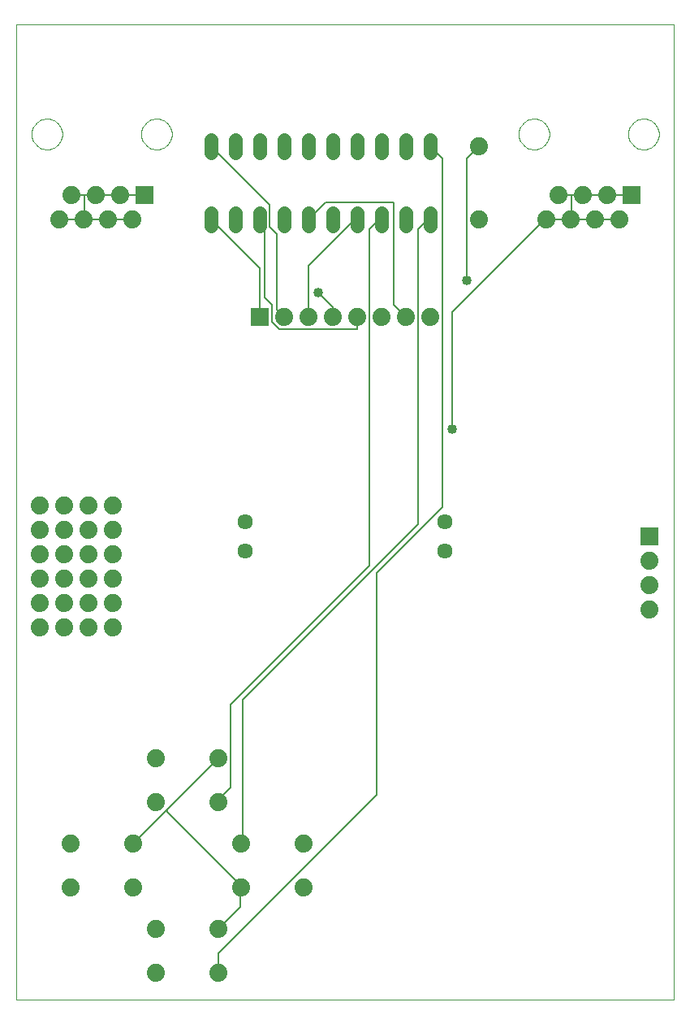
<source format=gtl>
G75*
G70*
%OFA0B0*%
%FSLAX24Y24*%
%IPPOS*%
%LPD*%
%AMOC8*
5,1,8,0,0,1.08239X$1,22.5*
%
%ADD10C,0.0000*%
%ADD11C,0.0634*%
%ADD12C,0.0560*%
%ADD13R,0.0740X0.0740*%
%ADD14C,0.0740*%
%ADD15C,0.0080*%
%ADD16C,0.0400*%
D10*
X000537Y000267D02*
X000537Y040267D01*
X027537Y040267D01*
X027537Y000267D01*
X000537Y000267D01*
X001157Y035767D02*
X001159Y035817D01*
X001165Y035867D01*
X001175Y035916D01*
X001189Y035964D01*
X001206Y036011D01*
X001227Y036056D01*
X001252Y036100D01*
X001280Y036141D01*
X001312Y036180D01*
X001346Y036217D01*
X001383Y036251D01*
X001423Y036281D01*
X001465Y036308D01*
X001509Y036332D01*
X001555Y036353D01*
X001602Y036369D01*
X001650Y036382D01*
X001700Y036391D01*
X001749Y036396D01*
X001800Y036397D01*
X001850Y036394D01*
X001899Y036387D01*
X001948Y036376D01*
X001996Y036361D01*
X002042Y036343D01*
X002087Y036321D01*
X002130Y036295D01*
X002171Y036266D01*
X002210Y036234D01*
X002246Y036199D01*
X002278Y036161D01*
X002308Y036121D01*
X002335Y036078D01*
X002358Y036034D01*
X002377Y035988D01*
X002393Y035940D01*
X002405Y035891D01*
X002413Y035842D01*
X002417Y035792D01*
X002417Y035742D01*
X002413Y035692D01*
X002405Y035643D01*
X002393Y035594D01*
X002377Y035546D01*
X002358Y035500D01*
X002335Y035456D01*
X002308Y035413D01*
X002278Y035373D01*
X002246Y035335D01*
X002210Y035300D01*
X002171Y035268D01*
X002130Y035239D01*
X002087Y035213D01*
X002042Y035191D01*
X001996Y035173D01*
X001948Y035158D01*
X001899Y035147D01*
X001850Y035140D01*
X001800Y035137D01*
X001749Y035138D01*
X001700Y035143D01*
X001650Y035152D01*
X001602Y035165D01*
X001555Y035181D01*
X001509Y035202D01*
X001465Y035226D01*
X001423Y035253D01*
X001383Y035283D01*
X001346Y035317D01*
X001312Y035354D01*
X001280Y035393D01*
X001252Y035434D01*
X001227Y035478D01*
X001206Y035523D01*
X001189Y035570D01*
X001175Y035618D01*
X001165Y035667D01*
X001159Y035717D01*
X001157Y035767D01*
X005657Y035767D02*
X005659Y035817D01*
X005665Y035867D01*
X005675Y035916D01*
X005689Y035964D01*
X005706Y036011D01*
X005727Y036056D01*
X005752Y036100D01*
X005780Y036141D01*
X005812Y036180D01*
X005846Y036217D01*
X005883Y036251D01*
X005923Y036281D01*
X005965Y036308D01*
X006009Y036332D01*
X006055Y036353D01*
X006102Y036369D01*
X006150Y036382D01*
X006200Y036391D01*
X006249Y036396D01*
X006300Y036397D01*
X006350Y036394D01*
X006399Y036387D01*
X006448Y036376D01*
X006496Y036361D01*
X006542Y036343D01*
X006587Y036321D01*
X006630Y036295D01*
X006671Y036266D01*
X006710Y036234D01*
X006746Y036199D01*
X006778Y036161D01*
X006808Y036121D01*
X006835Y036078D01*
X006858Y036034D01*
X006877Y035988D01*
X006893Y035940D01*
X006905Y035891D01*
X006913Y035842D01*
X006917Y035792D01*
X006917Y035742D01*
X006913Y035692D01*
X006905Y035643D01*
X006893Y035594D01*
X006877Y035546D01*
X006858Y035500D01*
X006835Y035456D01*
X006808Y035413D01*
X006778Y035373D01*
X006746Y035335D01*
X006710Y035300D01*
X006671Y035268D01*
X006630Y035239D01*
X006587Y035213D01*
X006542Y035191D01*
X006496Y035173D01*
X006448Y035158D01*
X006399Y035147D01*
X006350Y035140D01*
X006300Y035137D01*
X006249Y035138D01*
X006200Y035143D01*
X006150Y035152D01*
X006102Y035165D01*
X006055Y035181D01*
X006009Y035202D01*
X005965Y035226D01*
X005923Y035253D01*
X005883Y035283D01*
X005846Y035317D01*
X005812Y035354D01*
X005780Y035393D01*
X005752Y035434D01*
X005727Y035478D01*
X005706Y035523D01*
X005689Y035570D01*
X005675Y035618D01*
X005665Y035667D01*
X005659Y035717D01*
X005657Y035767D01*
X021157Y035767D02*
X021159Y035817D01*
X021165Y035867D01*
X021175Y035916D01*
X021189Y035964D01*
X021206Y036011D01*
X021227Y036056D01*
X021252Y036100D01*
X021280Y036141D01*
X021312Y036180D01*
X021346Y036217D01*
X021383Y036251D01*
X021423Y036281D01*
X021465Y036308D01*
X021509Y036332D01*
X021555Y036353D01*
X021602Y036369D01*
X021650Y036382D01*
X021700Y036391D01*
X021749Y036396D01*
X021800Y036397D01*
X021850Y036394D01*
X021899Y036387D01*
X021948Y036376D01*
X021996Y036361D01*
X022042Y036343D01*
X022087Y036321D01*
X022130Y036295D01*
X022171Y036266D01*
X022210Y036234D01*
X022246Y036199D01*
X022278Y036161D01*
X022308Y036121D01*
X022335Y036078D01*
X022358Y036034D01*
X022377Y035988D01*
X022393Y035940D01*
X022405Y035891D01*
X022413Y035842D01*
X022417Y035792D01*
X022417Y035742D01*
X022413Y035692D01*
X022405Y035643D01*
X022393Y035594D01*
X022377Y035546D01*
X022358Y035500D01*
X022335Y035456D01*
X022308Y035413D01*
X022278Y035373D01*
X022246Y035335D01*
X022210Y035300D01*
X022171Y035268D01*
X022130Y035239D01*
X022087Y035213D01*
X022042Y035191D01*
X021996Y035173D01*
X021948Y035158D01*
X021899Y035147D01*
X021850Y035140D01*
X021800Y035137D01*
X021749Y035138D01*
X021700Y035143D01*
X021650Y035152D01*
X021602Y035165D01*
X021555Y035181D01*
X021509Y035202D01*
X021465Y035226D01*
X021423Y035253D01*
X021383Y035283D01*
X021346Y035317D01*
X021312Y035354D01*
X021280Y035393D01*
X021252Y035434D01*
X021227Y035478D01*
X021206Y035523D01*
X021189Y035570D01*
X021175Y035618D01*
X021165Y035667D01*
X021159Y035717D01*
X021157Y035767D01*
X025657Y035767D02*
X025659Y035817D01*
X025665Y035867D01*
X025675Y035916D01*
X025689Y035964D01*
X025706Y036011D01*
X025727Y036056D01*
X025752Y036100D01*
X025780Y036141D01*
X025812Y036180D01*
X025846Y036217D01*
X025883Y036251D01*
X025923Y036281D01*
X025965Y036308D01*
X026009Y036332D01*
X026055Y036353D01*
X026102Y036369D01*
X026150Y036382D01*
X026200Y036391D01*
X026249Y036396D01*
X026300Y036397D01*
X026350Y036394D01*
X026399Y036387D01*
X026448Y036376D01*
X026496Y036361D01*
X026542Y036343D01*
X026587Y036321D01*
X026630Y036295D01*
X026671Y036266D01*
X026710Y036234D01*
X026746Y036199D01*
X026778Y036161D01*
X026808Y036121D01*
X026835Y036078D01*
X026858Y036034D01*
X026877Y035988D01*
X026893Y035940D01*
X026905Y035891D01*
X026913Y035842D01*
X026917Y035792D01*
X026917Y035742D01*
X026913Y035692D01*
X026905Y035643D01*
X026893Y035594D01*
X026877Y035546D01*
X026858Y035500D01*
X026835Y035456D01*
X026808Y035413D01*
X026778Y035373D01*
X026746Y035335D01*
X026710Y035300D01*
X026671Y035268D01*
X026630Y035239D01*
X026587Y035213D01*
X026542Y035191D01*
X026496Y035173D01*
X026448Y035158D01*
X026399Y035147D01*
X026350Y035140D01*
X026300Y035137D01*
X026249Y035138D01*
X026200Y035143D01*
X026150Y035152D01*
X026102Y035165D01*
X026055Y035181D01*
X026009Y035202D01*
X025965Y035226D01*
X025923Y035253D01*
X025883Y035283D01*
X025846Y035317D01*
X025812Y035354D01*
X025780Y035393D01*
X025752Y035434D01*
X025727Y035478D01*
X025706Y035523D01*
X025689Y035570D01*
X025675Y035618D01*
X025665Y035667D01*
X025659Y035717D01*
X025657Y035767D01*
D11*
X018137Y019867D03*
X018137Y018667D03*
X009937Y018667D03*
X009937Y019867D03*
D12*
X009535Y031987D02*
X009535Y032547D01*
X010535Y032547D02*
X010535Y031987D01*
X011535Y031987D02*
X011535Y032547D01*
X012535Y032547D02*
X012535Y031987D01*
X013535Y031987D02*
X013535Y032547D01*
X014535Y032547D02*
X014535Y031987D01*
X015535Y031987D02*
X015535Y032547D01*
X016535Y032547D02*
X016535Y031987D01*
X017535Y031987D02*
X017535Y032547D01*
X017535Y034987D02*
X017535Y035547D01*
X016535Y035547D02*
X016535Y034987D01*
X015535Y034987D02*
X015535Y035547D01*
X014535Y035547D02*
X014535Y034987D01*
X013535Y034987D02*
X013535Y035547D01*
X012535Y035547D02*
X012535Y034987D01*
X011535Y034987D02*
X011535Y035547D01*
X010535Y035547D02*
X010535Y034987D01*
X009535Y034987D02*
X009535Y035547D01*
X008535Y035547D02*
X008535Y034987D01*
X008535Y032547D02*
X008535Y031987D01*
D13*
X010537Y028267D03*
X005787Y033267D03*
X025787Y033267D03*
X026537Y019267D03*
D14*
X026537Y018267D03*
X026537Y017267D03*
X026537Y016267D03*
X017537Y028267D03*
X016537Y028267D03*
X015537Y028267D03*
X014537Y028267D03*
X013537Y028267D03*
X012537Y028267D03*
X011537Y028267D03*
X005287Y032267D03*
X004287Y032267D03*
X004787Y033267D03*
X003787Y033267D03*
X003287Y032267D03*
X002287Y032267D03*
X002787Y033267D03*
X002487Y020517D03*
X002487Y019517D03*
X002487Y018517D03*
X002487Y017517D03*
X002487Y016517D03*
X002487Y015517D03*
X001487Y015517D03*
X001487Y016517D03*
X001487Y017517D03*
X001487Y018517D03*
X001487Y019517D03*
X001487Y020517D03*
X003487Y020517D03*
X003487Y019517D03*
X003487Y018517D03*
X003487Y017517D03*
X003487Y016517D03*
X003487Y015517D03*
X004487Y015517D03*
X004487Y016517D03*
X004487Y017517D03*
X004487Y018517D03*
X004487Y019517D03*
X004487Y020517D03*
X006257Y010157D03*
X006257Y008377D03*
X005317Y006657D03*
X005317Y004877D03*
X006257Y003157D03*
X006257Y001377D03*
X008817Y001377D03*
X008817Y003157D03*
X009757Y004877D03*
X009757Y006657D03*
X008817Y008377D03*
X008817Y010157D03*
X012317Y006657D03*
X012317Y004877D03*
X002757Y004877D03*
X002757Y006657D03*
X019537Y032267D03*
X019537Y035267D03*
X022287Y032267D03*
X022787Y033267D03*
X023787Y033267D03*
X024287Y032267D03*
X023287Y032267D03*
X024787Y033267D03*
X025287Y032267D03*
D15*
X024287Y032267D01*
X023337Y032267D01*
X023287Y032267D01*
X022287Y032267D01*
X022237Y032267D01*
X018437Y028467D01*
X018437Y023667D01*
X018037Y020467D02*
X015337Y017767D01*
X015337Y008667D01*
X008837Y002167D01*
X008837Y001467D01*
X008817Y001377D01*
X008817Y003157D02*
X008837Y003167D01*
X009737Y004067D01*
X009737Y004867D01*
X009757Y004877D01*
X009737Y004967D01*
X006737Y007967D01*
X006737Y008067D01*
X005337Y006667D01*
X005317Y006657D01*
X006737Y008067D02*
X008737Y010067D01*
X008817Y010157D01*
X009337Y008967D02*
X008837Y008467D01*
X008817Y008377D01*
X009337Y008967D02*
X009337Y012367D01*
X015037Y018067D01*
X015037Y031867D01*
X015437Y032267D01*
X015535Y032267D01*
X016037Y032967D02*
X016037Y028767D01*
X016537Y028267D01*
X014537Y028267D02*
X014537Y027767D01*
X011337Y027767D01*
X011037Y028067D01*
X011037Y028767D01*
X010737Y029067D01*
X010737Y032067D01*
X010537Y032267D01*
X010535Y032267D01*
X010937Y031967D02*
X010937Y032867D01*
X008537Y035267D01*
X008535Y035267D01*
X008537Y032267D02*
X008535Y032267D01*
X008537Y032267D02*
X010537Y030267D01*
X010537Y028267D01*
X011237Y028567D02*
X011237Y031667D01*
X010937Y031967D01*
X012535Y032267D02*
X012537Y032267D01*
X013237Y032967D01*
X016037Y032967D01*
X017037Y031867D02*
X017037Y019767D01*
X009837Y012567D01*
X009837Y006667D01*
X009757Y006657D01*
X018037Y020467D02*
X018037Y034767D01*
X017537Y035267D01*
X017535Y035267D01*
X019037Y034767D02*
X019537Y035267D01*
X019037Y034767D02*
X019037Y029767D01*
X017037Y031867D02*
X017437Y032267D01*
X017535Y032267D01*
X014535Y032267D02*
X014437Y032267D01*
X012537Y030367D01*
X012537Y028267D01*
X013537Y028667D02*
X012937Y029267D01*
X013537Y028667D02*
X013537Y028267D01*
X011537Y028267D02*
X011237Y028567D01*
X005787Y033267D02*
X004787Y033267D01*
X003787Y033267D01*
X003337Y033267D01*
X003337Y032267D01*
X003287Y032267D01*
X002287Y032267D01*
X003337Y032267D02*
X004287Y032267D01*
X005287Y032267D01*
X003337Y033267D02*
X002787Y033267D01*
X022787Y033267D02*
X023337Y033267D01*
X023337Y032267D01*
X023337Y033267D02*
X023787Y033267D01*
X024787Y033267D01*
X025787Y033267D01*
D16*
X019037Y029767D03*
X018437Y023667D03*
X012937Y029267D03*
M02*

</source>
